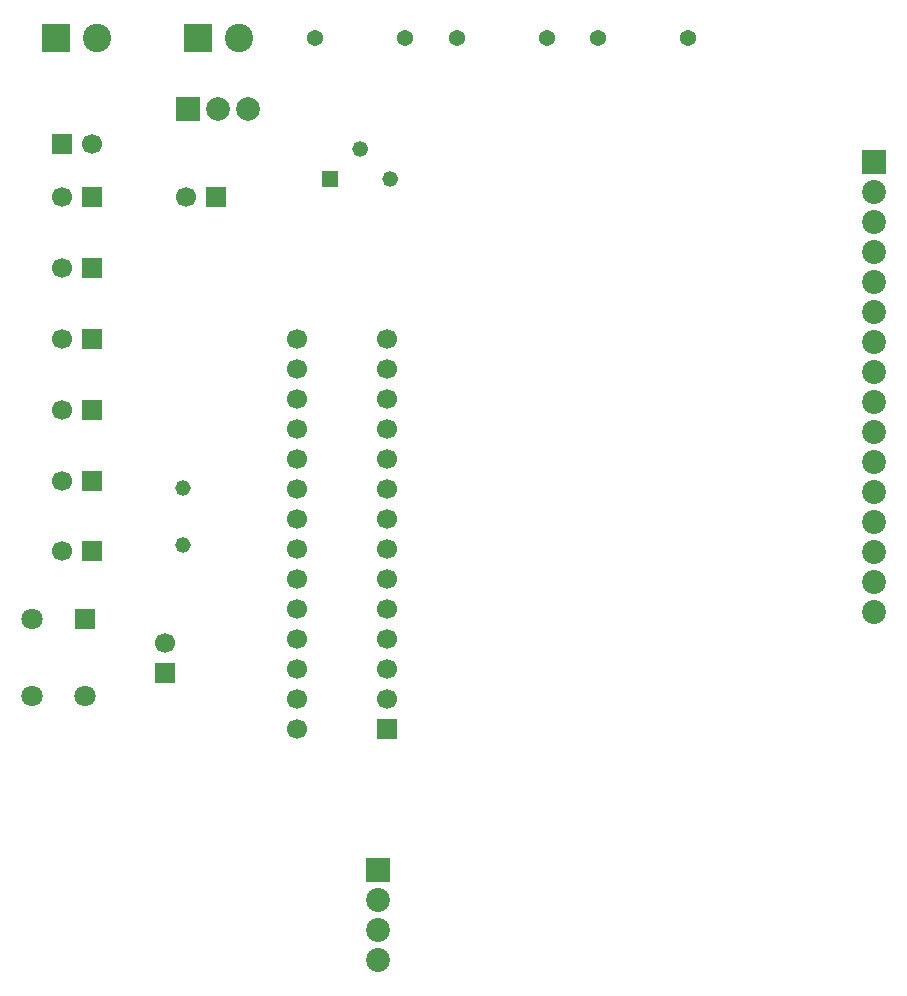
<source format=gbr>
G04 DipTrace 4.2.0.1*
G04 BottomMask.gbr*
%MOIN*%
G04 #@! TF.FileFunction,Soldermask,Bot*
G04 #@! TF.Part,Single*
%ADD29R,0.066929X0.066929*%
%ADD44C,0.051937*%
%ADD46C,0.07874*%
%ADD47C,0.070866*%
%ADD48R,0.07874X0.07874*%
%ADD49R,0.070866X0.070866*%
%ADD51C,0.053937*%
%ADD53C,0.053937*%
%ADD55C,0.052047*%
%ADD57R,0.052047X0.052047*%
%ADD59C,0.094488*%
%ADD61R,0.094488X0.094488*%
%ADD63C,0.079528*%
%ADD65R,0.079528X0.079528*%
%ADD68C,0.066929*%
%FSLAX26Y26*%
G04*
G70*
G90*
G75*
G01*
G04 BotMask*
%LPD*%
D68*
X738976Y3405512D3*
D29*
X638976D3*
D68*
X1052362Y3228346D3*
D29*
X1152362D3*
D68*
X984250Y1742913D3*
D29*
X984254Y1642913D3*
D68*
X638976Y2755906D3*
D29*
X738976D3*
D68*
X638976Y2992126D3*
D29*
X738976D3*
D68*
X638976Y3228346D3*
D29*
X738976D3*
D68*
X638976Y2519685D3*
D29*
X738976D3*
D68*
X638976Y2047244D3*
D29*
X738976D3*
D68*
X638976Y2283465D3*
D29*
X738976D3*
D65*
X1692913Y984252D3*
D63*
Y884252D3*
Y784252D3*
Y684252D3*
D61*
X1092520Y3759843D3*
D59*
X1230315D3*
D61*
X620079D3*
D59*
X757874D3*
D57*
X1533858Y3287402D3*
D55*
X1633858Y3387402D3*
X1733858Y3287402D3*
D53*
X1783858Y3759843D3*
D51*
X1483858D3*
D49*
X718499Y1820870D3*
D47*
X541333Y1820863D3*
X541344Y1564957D3*
X718509Y1564964D3*
D48*
X1061417Y3523622D3*
D46*
X1161417D3*
X1261417D3*
D29*
X1724817Y1456303D3*
D68*
X1724815Y1556303D3*
X1724813Y1656303D3*
X1724811Y1756303D3*
X1724809Y1856303D3*
X1724806Y1956303D3*
X1724804Y2056303D3*
X1724802Y2156303D3*
X1724800Y2256303D3*
X1724798Y2356303D3*
X1724795Y2456303D3*
X1724793Y2556303D3*
X1724791Y2656303D3*
X1724789Y2756303D3*
X1424789Y2756296D3*
X1424791Y2656296D3*
X1424793Y2556296D3*
X1424795Y2456296D3*
X1424798Y2356296D3*
X1424800Y2256296D3*
X1424802Y2156296D3*
X1424804Y2056296D3*
X1424806Y1956296D3*
X1424809Y1856296D3*
X1424811Y1756296D3*
X1424813Y1656296D3*
X1424815Y1556296D3*
X1424817Y1456296D3*
D44*
X1043305Y2260354D3*
X1043310Y2070354D3*
D53*
X2256299Y3759843D3*
D51*
X1956299D3*
D53*
X2428740D3*
D51*
X2728740D3*
D65*
X3346457Y3346457D3*
D63*
Y3246457D3*
Y3146457D3*
Y3046457D3*
Y2946457D3*
Y2846457D3*
Y2746457D3*
Y2646457D3*
Y2546457D3*
Y2446457D3*
Y2346457D3*
Y2246457D3*
Y2146457D3*
Y2046457D3*
Y1946457D3*
Y1846457D3*
M02*

</source>
